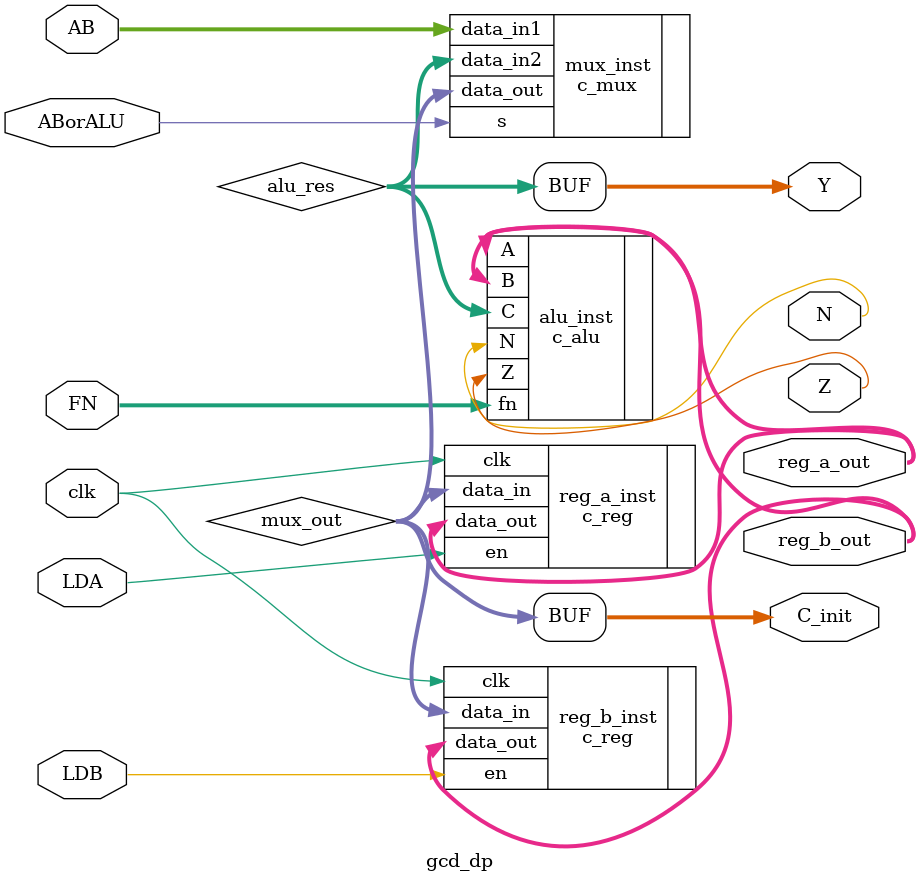
<source format=sv>
module gcd_dp (
    input  logic        clk,
    input  logic        ABorALU,      
    input  logic        LDA,          
    input  logic        LDB,          
    input  logic [15:0] AB,           
    input  logic [1:0]  FN,           
    output logic [15:0] reg_a_out,    
    output logic [15:0] reg_b_out,    
    output logic [15:0] C_init,       
    output logic [15:0] Y,            
    output logic        Z,            
    output logic        N             
);

    logic [15:0] mux_out;
    logic [15:0] alu_res;

    c_mux #(.N(16)) mux_inst (
        .data_in1(AB),
        .data_in2(alu_res),
        .s(ABorALU),
        .data_out(mux_out)
    );

    c_reg #(.N(16)) reg_a_inst (
        .clk(clk),
        .en(LDA),
        .data_in(mux_out),
        .data_out(reg_a_out)
    );

    c_reg #(.N(16)) reg_b_inst (
        .clk(clk),
        .en(LDB),
        .data_in(mux_out),
        .data_out(reg_b_out)
    );

    c_alu #(.W(16)) alu_inst (
        .A(reg_a_out),
        .B(reg_b_out),
        .fn(FN),
        .C(alu_res),
        .Z(Z),
        .N(N)
    );

    assign C_init = mux_out;
    assign Y      = alu_res;

endmodule

</source>
